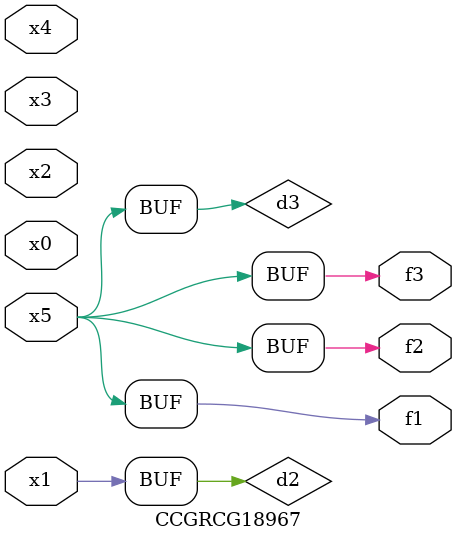
<source format=v>
module CCGRCG18967(
	input x0, x1, x2, x3, x4, x5,
	output f1, f2, f3
);

	wire d1, d2, d3;

	not (d1, x5);
	or (d2, x1);
	xnor (d3, d1);
	assign f1 = d3;
	assign f2 = d3;
	assign f3 = d3;
endmodule

</source>
